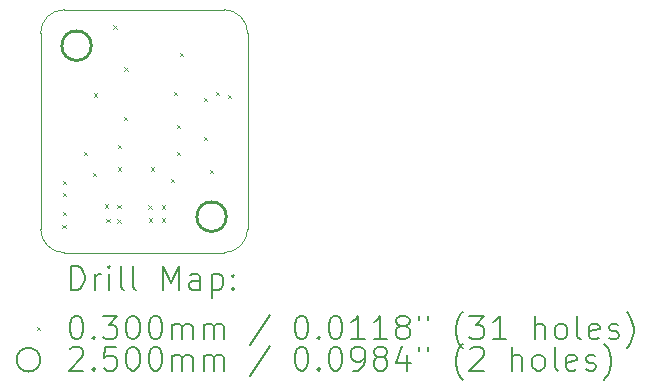
<source format=gbr>
%TF.GenerationSoftware,KiCad,Pcbnew,8.0.4*%
%TF.CreationDate,2025-02-04T23:44:13-05:00*%
%TF.ProjectId,Magnetometer,4d61676e-6574-46f6-9d65-7465722e6b69,rev?*%
%TF.SameCoordinates,Original*%
%TF.FileFunction,Drillmap*%
%TF.FilePolarity,Positive*%
%FSLAX45Y45*%
G04 Gerber Fmt 4.5, Leading zero omitted, Abs format (unit mm)*
G04 Created by KiCad (PCBNEW 8.0.4) date 2025-02-04 23:44:13*
%MOMM*%
%LPD*%
G01*
G04 APERTURE LIST*
%ADD10C,0.050000*%
%ADD11C,0.200000*%
%ADD12C,0.100000*%
%ADD13C,0.250000*%
G04 APERTURE END LIST*
D10*
X12823800Y-14147800D02*
X14176400Y-14147800D01*
X14176400Y-16205200D02*
X12823800Y-16205200D01*
X12623800Y-14347800D02*
G75*
G02*
X12823800Y-14147800I200000J0D01*
G01*
X12623800Y-16005200D02*
X12623800Y-14347800D01*
X14176400Y-14147800D02*
G75*
G02*
X14376400Y-14347800I0J-200000D01*
G01*
X14376400Y-16005200D02*
G75*
G02*
X14176400Y-16205200I-200000J0D01*
G01*
X14376400Y-14347800D02*
X14376400Y-16005200D01*
X12823800Y-16205200D02*
G75*
G02*
X12623800Y-16005200I0J200000D01*
G01*
D11*
D12*
X12808000Y-15968000D02*
X12838000Y-15998000D01*
X12838000Y-15968000D02*
X12808000Y-15998000D01*
X12810000Y-15697000D02*
X12840000Y-15727000D01*
X12840000Y-15697000D02*
X12810000Y-15727000D01*
X12811000Y-15860000D02*
X12841000Y-15890000D01*
X12841000Y-15860000D02*
X12811000Y-15890000D01*
X12812000Y-15595000D02*
X12842000Y-15625000D01*
X12842000Y-15595000D02*
X12812000Y-15625000D01*
X12989800Y-15352000D02*
X13019800Y-15382000D01*
X13019800Y-15352000D02*
X12989800Y-15382000D01*
X13066000Y-15529800D02*
X13096000Y-15559800D01*
X13096000Y-15529800D02*
X13066000Y-15559800D01*
X13073000Y-14856000D02*
X13103000Y-14886000D01*
X13103000Y-14856000D02*
X13073000Y-14886000D01*
X13167000Y-15796000D02*
X13197000Y-15826000D01*
X13197000Y-15796000D02*
X13167000Y-15826000D01*
X13179000Y-15917000D02*
X13209000Y-15947000D01*
X13209000Y-15917000D02*
X13179000Y-15947000D01*
X13241000Y-14280000D02*
X13271000Y-14310000D01*
X13271000Y-14280000D02*
X13241000Y-14310000D01*
X13273000Y-15920000D02*
X13303000Y-15950000D01*
X13303000Y-15920000D02*
X13273000Y-15950000D01*
X13274000Y-15798000D02*
X13304000Y-15828000D01*
X13304000Y-15798000D02*
X13274000Y-15828000D01*
X13277455Y-15292560D02*
X13307455Y-15322560D01*
X13307455Y-15292560D02*
X13277455Y-15322560D01*
X13277455Y-15482560D02*
X13307455Y-15512560D01*
X13307455Y-15482560D02*
X13277455Y-15512560D01*
X13327000Y-15053000D02*
X13357000Y-15083000D01*
X13357000Y-15053000D02*
X13327000Y-15083000D01*
X13333000Y-14635000D02*
X13363000Y-14665000D01*
X13363000Y-14635000D02*
X13333000Y-14665000D01*
X13536000Y-15804000D02*
X13566000Y-15834000D01*
X13566000Y-15804000D02*
X13536000Y-15834000D01*
X13541000Y-15912000D02*
X13571000Y-15942000D01*
X13571000Y-15912000D02*
X13541000Y-15942000D01*
X13556000Y-15483000D02*
X13586000Y-15513000D01*
X13586000Y-15483000D02*
X13556000Y-15513000D01*
X13649000Y-15914000D02*
X13679000Y-15944000D01*
X13679000Y-15914000D02*
X13649000Y-15944000D01*
X13650000Y-15803000D02*
X13680000Y-15833000D01*
X13680000Y-15803000D02*
X13650000Y-15833000D01*
X13726400Y-15580600D02*
X13756400Y-15610600D01*
X13756400Y-15580600D02*
X13726400Y-15610600D01*
X13751800Y-14844000D02*
X13781800Y-14874000D01*
X13781800Y-14844000D02*
X13751800Y-14874000D01*
X13777200Y-15123400D02*
X13807200Y-15153400D01*
X13807200Y-15123400D02*
X13777200Y-15153400D01*
X13777200Y-15352000D02*
X13807200Y-15382000D01*
X13807200Y-15352000D02*
X13777200Y-15382000D01*
X13802600Y-14513800D02*
X13832600Y-14543800D01*
X13832600Y-14513800D02*
X13802600Y-14543800D01*
X14005800Y-14894800D02*
X14035800Y-14924800D01*
X14035800Y-14894800D02*
X14005800Y-14924800D01*
X14005800Y-15225000D02*
X14035800Y-15255000D01*
X14035800Y-15225000D02*
X14005800Y-15255000D01*
X14056600Y-15504400D02*
X14086600Y-15534400D01*
X14086600Y-15504400D02*
X14056600Y-15534400D01*
X14107400Y-14844000D02*
X14137400Y-14874000D01*
X14137400Y-14844000D02*
X14107400Y-14874000D01*
X14209000Y-14869400D02*
X14239000Y-14899400D01*
X14239000Y-14869400D02*
X14209000Y-14899400D01*
D13*
X13053600Y-14452600D02*
G75*
G02*
X12803600Y-14452600I-125000J0D01*
G01*
X12803600Y-14452600D02*
G75*
G02*
X13053600Y-14452600I125000J0D01*
G01*
X14196600Y-15900400D02*
G75*
G02*
X13946600Y-15900400I-125000J0D01*
G01*
X13946600Y-15900400D02*
G75*
G02*
X14196600Y-15900400I125000J0D01*
G01*
D11*
X12882077Y-16519184D02*
X12882077Y-16319184D01*
X12882077Y-16319184D02*
X12929696Y-16319184D01*
X12929696Y-16319184D02*
X12958267Y-16328708D01*
X12958267Y-16328708D02*
X12977315Y-16347755D01*
X12977315Y-16347755D02*
X12986839Y-16366803D01*
X12986839Y-16366803D02*
X12996362Y-16404898D01*
X12996362Y-16404898D02*
X12996362Y-16433469D01*
X12996362Y-16433469D02*
X12986839Y-16471565D01*
X12986839Y-16471565D02*
X12977315Y-16490612D01*
X12977315Y-16490612D02*
X12958267Y-16509660D01*
X12958267Y-16509660D02*
X12929696Y-16519184D01*
X12929696Y-16519184D02*
X12882077Y-16519184D01*
X13082077Y-16519184D02*
X13082077Y-16385850D01*
X13082077Y-16423946D02*
X13091601Y-16404898D01*
X13091601Y-16404898D02*
X13101124Y-16395374D01*
X13101124Y-16395374D02*
X13120172Y-16385850D01*
X13120172Y-16385850D02*
X13139220Y-16385850D01*
X13205886Y-16519184D02*
X13205886Y-16385850D01*
X13205886Y-16319184D02*
X13196362Y-16328708D01*
X13196362Y-16328708D02*
X13205886Y-16338231D01*
X13205886Y-16338231D02*
X13215410Y-16328708D01*
X13215410Y-16328708D02*
X13205886Y-16319184D01*
X13205886Y-16319184D02*
X13205886Y-16338231D01*
X13329696Y-16519184D02*
X13310648Y-16509660D01*
X13310648Y-16509660D02*
X13301124Y-16490612D01*
X13301124Y-16490612D02*
X13301124Y-16319184D01*
X13434458Y-16519184D02*
X13415410Y-16509660D01*
X13415410Y-16509660D02*
X13405886Y-16490612D01*
X13405886Y-16490612D02*
X13405886Y-16319184D01*
X13663029Y-16519184D02*
X13663029Y-16319184D01*
X13663029Y-16319184D02*
X13729696Y-16462041D01*
X13729696Y-16462041D02*
X13796362Y-16319184D01*
X13796362Y-16319184D02*
X13796362Y-16519184D01*
X13977315Y-16519184D02*
X13977315Y-16414422D01*
X13977315Y-16414422D02*
X13967791Y-16395374D01*
X13967791Y-16395374D02*
X13948743Y-16385850D01*
X13948743Y-16385850D02*
X13910648Y-16385850D01*
X13910648Y-16385850D02*
X13891601Y-16395374D01*
X13977315Y-16509660D02*
X13958267Y-16519184D01*
X13958267Y-16519184D02*
X13910648Y-16519184D01*
X13910648Y-16519184D02*
X13891601Y-16509660D01*
X13891601Y-16509660D02*
X13882077Y-16490612D01*
X13882077Y-16490612D02*
X13882077Y-16471565D01*
X13882077Y-16471565D02*
X13891601Y-16452517D01*
X13891601Y-16452517D02*
X13910648Y-16442993D01*
X13910648Y-16442993D02*
X13958267Y-16442993D01*
X13958267Y-16442993D02*
X13977315Y-16433469D01*
X14072553Y-16385850D02*
X14072553Y-16585850D01*
X14072553Y-16395374D02*
X14091601Y-16385850D01*
X14091601Y-16385850D02*
X14129696Y-16385850D01*
X14129696Y-16385850D02*
X14148743Y-16395374D01*
X14148743Y-16395374D02*
X14158267Y-16404898D01*
X14158267Y-16404898D02*
X14167791Y-16423946D01*
X14167791Y-16423946D02*
X14167791Y-16481088D01*
X14167791Y-16481088D02*
X14158267Y-16500136D01*
X14158267Y-16500136D02*
X14148743Y-16509660D01*
X14148743Y-16509660D02*
X14129696Y-16519184D01*
X14129696Y-16519184D02*
X14091601Y-16519184D01*
X14091601Y-16519184D02*
X14072553Y-16509660D01*
X14253505Y-16500136D02*
X14263029Y-16509660D01*
X14263029Y-16509660D02*
X14253505Y-16519184D01*
X14253505Y-16519184D02*
X14243982Y-16509660D01*
X14243982Y-16509660D02*
X14253505Y-16500136D01*
X14253505Y-16500136D02*
X14253505Y-16519184D01*
X14253505Y-16395374D02*
X14263029Y-16404898D01*
X14263029Y-16404898D02*
X14253505Y-16414422D01*
X14253505Y-16414422D02*
X14243982Y-16404898D01*
X14243982Y-16404898D02*
X14253505Y-16395374D01*
X14253505Y-16395374D02*
X14253505Y-16414422D01*
D12*
X12591300Y-16832700D02*
X12621300Y-16862700D01*
X12621300Y-16832700D02*
X12591300Y-16862700D01*
D11*
X12920172Y-16739184D02*
X12939220Y-16739184D01*
X12939220Y-16739184D02*
X12958267Y-16748708D01*
X12958267Y-16748708D02*
X12967791Y-16758231D01*
X12967791Y-16758231D02*
X12977315Y-16777279D01*
X12977315Y-16777279D02*
X12986839Y-16815374D01*
X12986839Y-16815374D02*
X12986839Y-16862993D01*
X12986839Y-16862993D02*
X12977315Y-16901089D01*
X12977315Y-16901089D02*
X12967791Y-16920136D01*
X12967791Y-16920136D02*
X12958267Y-16929660D01*
X12958267Y-16929660D02*
X12939220Y-16939184D01*
X12939220Y-16939184D02*
X12920172Y-16939184D01*
X12920172Y-16939184D02*
X12901124Y-16929660D01*
X12901124Y-16929660D02*
X12891601Y-16920136D01*
X12891601Y-16920136D02*
X12882077Y-16901089D01*
X12882077Y-16901089D02*
X12872553Y-16862993D01*
X12872553Y-16862993D02*
X12872553Y-16815374D01*
X12872553Y-16815374D02*
X12882077Y-16777279D01*
X12882077Y-16777279D02*
X12891601Y-16758231D01*
X12891601Y-16758231D02*
X12901124Y-16748708D01*
X12901124Y-16748708D02*
X12920172Y-16739184D01*
X13072553Y-16920136D02*
X13082077Y-16929660D01*
X13082077Y-16929660D02*
X13072553Y-16939184D01*
X13072553Y-16939184D02*
X13063029Y-16929660D01*
X13063029Y-16929660D02*
X13072553Y-16920136D01*
X13072553Y-16920136D02*
X13072553Y-16939184D01*
X13148743Y-16739184D02*
X13272553Y-16739184D01*
X13272553Y-16739184D02*
X13205886Y-16815374D01*
X13205886Y-16815374D02*
X13234458Y-16815374D01*
X13234458Y-16815374D02*
X13253505Y-16824898D01*
X13253505Y-16824898D02*
X13263029Y-16834422D01*
X13263029Y-16834422D02*
X13272553Y-16853470D01*
X13272553Y-16853470D02*
X13272553Y-16901089D01*
X13272553Y-16901089D02*
X13263029Y-16920136D01*
X13263029Y-16920136D02*
X13253505Y-16929660D01*
X13253505Y-16929660D02*
X13234458Y-16939184D01*
X13234458Y-16939184D02*
X13177315Y-16939184D01*
X13177315Y-16939184D02*
X13158267Y-16929660D01*
X13158267Y-16929660D02*
X13148743Y-16920136D01*
X13396362Y-16739184D02*
X13415410Y-16739184D01*
X13415410Y-16739184D02*
X13434458Y-16748708D01*
X13434458Y-16748708D02*
X13443982Y-16758231D01*
X13443982Y-16758231D02*
X13453505Y-16777279D01*
X13453505Y-16777279D02*
X13463029Y-16815374D01*
X13463029Y-16815374D02*
X13463029Y-16862993D01*
X13463029Y-16862993D02*
X13453505Y-16901089D01*
X13453505Y-16901089D02*
X13443982Y-16920136D01*
X13443982Y-16920136D02*
X13434458Y-16929660D01*
X13434458Y-16929660D02*
X13415410Y-16939184D01*
X13415410Y-16939184D02*
X13396362Y-16939184D01*
X13396362Y-16939184D02*
X13377315Y-16929660D01*
X13377315Y-16929660D02*
X13367791Y-16920136D01*
X13367791Y-16920136D02*
X13358267Y-16901089D01*
X13358267Y-16901089D02*
X13348743Y-16862993D01*
X13348743Y-16862993D02*
X13348743Y-16815374D01*
X13348743Y-16815374D02*
X13358267Y-16777279D01*
X13358267Y-16777279D02*
X13367791Y-16758231D01*
X13367791Y-16758231D02*
X13377315Y-16748708D01*
X13377315Y-16748708D02*
X13396362Y-16739184D01*
X13586839Y-16739184D02*
X13605886Y-16739184D01*
X13605886Y-16739184D02*
X13624934Y-16748708D01*
X13624934Y-16748708D02*
X13634458Y-16758231D01*
X13634458Y-16758231D02*
X13643982Y-16777279D01*
X13643982Y-16777279D02*
X13653505Y-16815374D01*
X13653505Y-16815374D02*
X13653505Y-16862993D01*
X13653505Y-16862993D02*
X13643982Y-16901089D01*
X13643982Y-16901089D02*
X13634458Y-16920136D01*
X13634458Y-16920136D02*
X13624934Y-16929660D01*
X13624934Y-16929660D02*
X13605886Y-16939184D01*
X13605886Y-16939184D02*
X13586839Y-16939184D01*
X13586839Y-16939184D02*
X13567791Y-16929660D01*
X13567791Y-16929660D02*
X13558267Y-16920136D01*
X13558267Y-16920136D02*
X13548743Y-16901089D01*
X13548743Y-16901089D02*
X13539220Y-16862993D01*
X13539220Y-16862993D02*
X13539220Y-16815374D01*
X13539220Y-16815374D02*
X13548743Y-16777279D01*
X13548743Y-16777279D02*
X13558267Y-16758231D01*
X13558267Y-16758231D02*
X13567791Y-16748708D01*
X13567791Y-16748708D02*
X13586839Y-16739184D01*
X13739220Y-16939184D02*
X13739220Y-16805850D01*
X13739220Y-16824898D02*
X13748743Y-16815374D01*
X13748743Y-16815374D02*
X13767791Y-16805850D01*
X13767791Y-16805850D02*
X13796363Y-16805850D01*
X13796363Y-16805850D02*
X13815410Y-16815374D01*
X13815410Y-16815374D02*
X13824934Y-16834422D01*
X13824934Y-16834422D02*
X13824934Y-16939184D01*
X13824934Y-16834422D02*
X13834458Y-16815374D01*
X13834458Y-16815374D02*
X13853505Y-16805850D01*
X13853505Y-16805850D02*
X13882077Y-16805850D01*
X13882077Y-16805850D02*
X13901124Y-16815374D01*
X13901124Y-16815374D02*
X13910648Y-16834422D01*
X13910648Y-16834422D02*
X13910648Y-16939184D01*
X14005886Y-16939184D02*
X14005886Y-16805850D01*
X14005886Y-16824898D02*
X14015410Y-16815374D01*
X14015410Y-16815374D02*
X14034458Y-16805850D01*
X14034458Y-16805850D02*
X14063029Y-16805850D01*
X14063029Y-16805850D02*
X14082077Y-16815374D01*
X14082077Y-16815374D02*
X14091601Y-16834422D01*
X14091601Y-16834422D02*
X14091601Y-16939184D01*
X14091601Y-16834422D02*
X14101124Y-16815374D01*
X14101124Y-16815374D02*
X14120172Y-16805850D01*
X14120172Y-16805850D02*
X14148743Y-16805850D01*
X14148743Y-16805850D02*
X14167791Y-16815374D01*
X14167791Y-16815374D02*
X14177315Y-16834422D01*
X14177315Y-16834422D02*
X14177315Y-16939184D01*
X14567791Y-16729660D02*
X14396363Y-16986803D01*
X14824934Y-16739184D02*
X14843982Y-16739184D01*
X14843982Y-16739184D02*
X14863029Y-16748708D01*
X14863029Y-16748708D02*
X14872553Y-16758231D01*
X14872553Y-16758231D02*
X14882077Y-16777279D01*
X14882077Y-16777279D02*
X14891601Y-16815374D01*
X14891601Y-16815374D02*
X14891601Y-16862993D01*
X14891601Y-16862993D02*
X14882077Y-16901089D01*
X14882077Y-16901089D02*
X14872553Y-16920136D01*
X14872553Y-16920136D02*
X14863029Y-16929660D01*
X14863029Y-16929660D02*
X14843982Y-16939184D01*
X14843982Y-16939184D02*
X14824934Y-16939184D01*
X14824934Y-16939184D02*
X14805886Y-16929660D01*
X14805886Y-16929660D02*
X14796363Y-16920136D01*
X14796363Y-16920136D02*
X14786839Y-16901089D01*
X14786839Y-16901089D02*
X14777315Y-16862993D01*
X14777315Y-16862993D02*
X14777315Y-16815374D01*
X14777315Y-16815374D02*
X14786839Y-16777279D01*
X14786839Y-16777279D02*
X14796363Y-16758231D01*
X14796363Y-16758231D02*
X14805886Y-16748708D01*
X14805886Y-16748708D02*
X14824934Y-16739184D01*
X14977315Y-16920136D02*
X14986839Y-16929660D01*
X14986839Y-16929660D02*
X14977315Y-16939184D01*
X14977315Y-16939184D02*
X14967791Y-16929660D01*
X14967791Y-16929660D02*
X14977315Y-16920136D01*
X14977315Y-16920136D02*
X14977315Y-16939184D01*
X15110648Y-16739184D02*
X15129696Y-16739184D01*
X15129696Y-16739184D02*
X15148744Y-16748708D01*
X15148744Y-16748708D02*
X15158267Y-16758231D01*
X15158267Y-16758231D02*
X15167791Y-16777279D01*
X15167791Y-16777279D02*
X15177315Y-16815374D01*
X15177315Y-16815374D02*
X15177315Y-16862993D01*
X15177315Y-16862993D02*
X15167791Y-16901089D01*
X15167791Y-16901089D02*
X15158267Y-16920136D01*
X15158267Y-16920136D02*
X15148744Y-16929660D01*
X15148744Y-16929660D02*
X15129696Y-16939184D01*
X15129696Y-16939184D02*
X15110648Y-16939184D01*
X15110648Y-16939184D02*
X15091601Y-16929660D01*
X15091601Y-16929660D02*
X15082077Y-16920136D01*
X15082077Y-16920136D02*
X15072553Y-16901089D01*
X15072553Y-16901089D02*
X15063029Y-16862993D01*
X15063029Y-16862993D02*
X15063029Y-16815374D01*
X15063029Y-16815374D02*
X15072553Y-16777279D01*
X15072553Y-16777279D02*
X15082077Y-16758231D01*
X15082077Y-16758231D02*
X15091601Y-16748708D01*
X15091601Y-16748708D02*
X15110648Y-16739184D01*
X15367791Y-16939184D02*
X15253506Y-16939184D01*
X15310648Y-16939184D02*
X15310648Y-16739184D01*
X15310648Y-16739184D02*
X15291601Y-16767755D01*
X15291601Y-16767755D02*
X15272553Y-16786803D01*
X15272553Y-16786803D02*
X15253506Y-16796327D01*
X15558267Y-16939184D02*
X15443982Y-16939184D01*
X15501125Y-16939184D02*
X15501125Y-16739184D01*
X15501125Y-16739184D02*
X15482077Y-16767755D01*
X15482077Y-16767755D02*
X15463029Y-16786803D01*
X15463029Y-16786803D02*
X15443982Y-16796327D01*
X15672553Y-16824898D02*
X15653506Y-16815374D01*
X15653506Y-16815374D02*
X15643982Y-16805850D01*
X15643982Y-16805850D02*
X15634458Y-16786803D01*
X15634458Y-16786803D02*
X15634458Y-16777279D01*
X15634458Y-16777279D02*
X15643982Y-16758231D01*
X15643982Y-16758231D02*
X15653506Y-16748708D01*
X15653506Y-16748708D02*
X15672553Y-16739184D01*
X15672553Y-16739184D02*
X15710648Y-16739184D01*
X15710648Y-16739184D02*
X15729696Y-16748708D01*
X15729696Y-16748708D02*
X15739220Y-16758231D01*
X15739220Y-16758231D02*
X15748744Y-16777279D01*
X15748744Y-16777279D02*
X15748744Y-16786803D01*
X15748744Y-16786803D02*
X15739220Y-16805850D01*
X15739220Y-16805850D02*
X15729696Y-16815374D01*
X15729696Y-16815374D02*
X15710648Y-16824898D01*
X15710648Y-16824898D02*
X15672553Y-16824898D01*
X15672553Y-16824898D02*
X15653506Y-16834422D01*
X15653506Y-16834422D02*
X15643982Y-16843946D01*
X15643982Y-16843946D02*
X15634458Y-16862993D01*
X15634458Y-16862993D02*
X15634458Y-16901089D01*
X15634458Y-16901089D02*
X15643982Y-16920136D01*
X15643982Y-16920136D02*
X15653506Y-16929660D01*
X15653506Y-16929660D02*
X15672553Y-16939184D01*
X15672553Y-16939184D02*
X15710648Y-16939184D01*
X15710648Y-16939184D02*
X15729696Y-16929660D01*
X15729696Y-16929660D02*
X15739220Y-16920136D01*
X15739220Y-16920136D02*
X15748744Y-16901089D01*
X15748744Y-16901089D02*
X15748744Y-16862993D01*
X15748744Y-16862993D02*
X15739220Y-16843946D01*
X15739220Y-16843946D02*
X15729696Y-16834422D01*
X15729696Y-16834422D02*
X15710648Y-16824898D01*
X15824934Y-16739184D02*
X15824934Y-16777279D01*
X15901125Y-16739184D02*
X15901125Y-16777279D01*
X16196363Y-17015374D02*
X16186839Y-17005850D01*
X16186839Y-17005850D02*
X16167791Y-16977279D01*
X16167791Y-16977279D02*
X16158268Y-16958231D01*
X16158268Y-16958231D02*
X16148744Y-16929660D01*
X16148744Y-16929660D02*
X16139220Y-16882041D01*
X16139220Y-16882041D02*
X16139220Y-16843946D01*
X16139220Y-16843946D02*
X16148744Y-16796327D01*
X16148744Y-16796327D02*
X16158268Y-16767755D01*
X16158268Y-16767755D02*
X16167791Y-16748708D01*
X16167791Y-16748708D02*
X16186839Y-16720136D01*
X16186839Y-16720136D02*
X16196363Y-16710612D01*
X16253506Y-16739184D02*
X16377315Y-16739184D01*
X16377315Y-16739184D02*
X16310648Y-16815374D01*
X16310648Y-16815374D02*
X16339220Y-16815374D01*
X16339220Y-16815374D02*
X16358268Y-16824898D01*
X16358268Y-16824898D02*
X16367791Y-16834422D01*
X16367791Y-16834422D02*
X16377315Y-16853470D01*
X16377315Y-16853470D02*
X16377315Y-16901089D01*
X16377315Y-16901089D02*
X16367791Y-16920136D01*
X16367791Y-16920136D02*
X16358268Y-16929660D01*
X16358268Y-16929660D02*
X16339220Y-16939184D01*
X16339220Y-16939184D02*
X16282077Y-16939184D01*
X16282077Y-16939184D02*
X16263029Y-16929660D01*
X16263029Y-16929660D02*
X16253506Y-16920136D01*
X16567791Y-16939184D02*
X16453506Y-16939184D01*
X16510648Y-16939184D02*
X16510648Y-16739184D01*
X16510648Y-16739184D02*
X16491601Y-16767755D01*
X16491601Y-16767755D02*
X16472553Y-16786803D01*
X16472553Y-16786803D02*
X16453506Y-16796327D01*
X16805887Y-16939184D02*
X16805887Y-16739184D01*
X16891601Y-16939184D02*
X16891601Y-16834422D01*
X16891601Y-16834422D02*
X16882077Y-16815374D01*
X16882077Y-16815374D02*
X16863030Y-16805850D01*
X16863030Y-16805850D02*
X16834458Y-16805850D01*
X16834458Y-16805850D02*
X16815411Y-16815374D01*
X16815411Y-16815374D02*
X16805887Y-16824898D01*
X17015411Y-16939184D02*
X16996363Y-16929660D01*
X16996363Y-16929660D02*
X16986839Y-16920136D01*
X16986839Y-16920136D02*
X16977315Y-16901089D01*
X16977315Y-16901089D02*
X16977315Y-16843946D01*
X16977315Y-16843946D02*
X16986839Y-16824898D01*
X16986839Y-16824898D02*
X16996363Y-16815374D01*
X16996363Y-16815374D02*
X17015411Y-16805850D01*
X17015411Y-16805850D02*
X17043982Y-16805850D01*
X17043982Y-16805850D02*
X17063030Y-16815374D01*
X17063030Y-16815374D02*
X17072553Y-16824898D01*
X17072553Y-16824898D02*
X17082077Y-16843946D01*
X17082077Y-16843946D02*
X17082077Y-16901089D01*
X17082077Y-16901089D02*
X17072553Y-16920136D01*
X17072553Y-16920136D02*
X17063030Y-16929660D01*
X17063030Y-16929660D02*
X17043982Y-16939184D01*
X17043982Y-16939184D02*
X17015411Y-16939184D01*
X17196363Y-16939184D02*
X17177315Y-16929660D01*
X17177315Y-16929660D02*
X17167792Y-16910612D01*
X17167792Y-16910612D02*
X17167792Y-16739184D01*
X17348744Y-16929660D02*
X17329696Y-16939184D01*
X17329696Y-16939184D02*
X17291601Y-16939184D01*
X17291601Y-16939184D02*
X17272553Y-16929660D01*
X17272553Y-16929660D02*
X17263030Y-16910612D01*
X17263030Y-16910612D02*
X17263030Y-16834422D01*
X17263030Y-16834422D02*
X17272553Y-16815374D01*
X17272553Y-16815374D02*
X17291601Y-16805850D01*
X17291601Y-16805850D02*
X17329696Y-16805850D01*
X17329696Y-16805850D02*
X17348744Y-16815374D01*
X17348744Y-16815374D02*
X17358268Y-16834422D01*
X17358268Y-16834422D02*
X17358268Y-16853470D01*
X17358268Y-16853470D02*
X17263030Y-16872517D01*
X17434458Y-16929660D02*
X17453506Y-16939184D01*
X17453506Y-16939184D02*
X17491601Y-16939184D01*
X17491601Y-16939184D02*
X17510649Y-16929660D01*
X17510649Y-16929660D02*
X17520173Y-16910612D01*
X17520173Y-16910612D02*
X17520173Y-16901089D01*
X17520173Y-16901089D02*
X17510649Y-16882041D01*
X17510649Y-16882041D02*
X17491601Y-16872517D01*
X17491601Y-16872517D02*
X17463030Y-16872517D01*
X17463030Y-16872517D02*
X17443982Y-16862993D01*
X17443982Y-16862993D02*
X17434458Y-16843946D01*
X17434458Y-16843946D02*
X17434458Y-16834422D01*
X17434458Y-16834422D02*
X17443982Y-16815374D01*
X17443982Y-16815374D02*
X17463030Y-16805850D01*
X17463030Y-16805850D02*
X17491601Y-16805850D01*
X17491601Y-16805850D02*
X17510649Y-16815374D01*
X17586839Y-17015374D02*
X17596363Y-17005850D01*
X17596363Y-17005850D02*
X17615411Y-16977279D01*
X17615411Y-16977279D02*
X17624934Y-16958231D01*
X17624934Y-16958231D02*
X17634458Y-16929660D01*
X17634458Y-16929660D02*
X17643982Y-16882041D01*
X17643982Y-16882041D02*
X17643982Y-16843946D01*
X17643982Y-16843946D02*
X17634458Y-16796327D01*
X17634458Y-16796327D02*
X17624934Y-16767755D01*
X17624934Y-16767755D02*
X17615411Y-16748708D01*
X17615411Y-16748708D02*
X17596363Y-16720136D01*
X17596363Y-16720136D02*
X17586839Y-16710612D01*
X12621300Y-17111700D02*
G75*
G02*
X12421300Y-17111700I-100000J0D01*
G01*
X12421300Y-17111700D02*
G75*
G02*
X12621300Y-17111700I100000J0D01*
G01*
X12872553Y-17022231D02*
X12882077Y-17012708D01*
X12882077Y-17012708D02*
X12901124Y-17003184D01*
X12901124Y-17003184D02*
X12948743Y-17003184D01*
X12948743Y-17003184D02*
X12967791Y-17012708D01*
X12967791Y-17012708D02*
X12977315Y-17022231D01*
X12977315Y-17022231D02*
X12986839Y-17041279D01*
X12986839Y-17041279D02*
X12986839Y-17060327D01*
X12986839Y-17060327D02*
X12977315Y-17088898D01*
X12977315Y-17088898D02*
X12863029Y-17203184D01*
X12863029Y-17203184D02*
X12986839Y-17203184D01*
X13072553Y-17184136D02*
X13082077Y-17193660D01*
X13082077Y-17193660D02*
X13072553Y-17203184D01*
X13072553Y-17203184D02*
X13063029Y-17193660D01*
X13063029Y-17193660D02*
X13072553Y-17184136D01*
X13072553Y-17184136D02*
X13072553Y-17203184D01*
X13263029Y-17003184D02*
X13167791Y-17003184D01*
X13167791Y-17003184D02*
X13158267Y-17098422D01*
X13158267Y-17098422D02*
X13167791Y-17088898D01*
X13167791Y-17088898D02*
X13186839Y-17079374D01*
X13186839Y-17079374D02*
X13234458Y-17079374D01*
X13234458Y-17079374D02*
X13253505Y-17088898D01*
X13253505Y-17088898D02*
X13263029Y-17098422D01*
X13263029Y-17098422D02*
X13272553Y-17117470D01*
X13272553Y-17117470D02*
X13272553Y-17165089D01*
X13272553Y-17165089D02*
X13263029Y-17184136D01*
X13263029Y-17184136D02*
X13253505Y-17193660D01*
X13253505Y-17193660D02*
X13234458Y-17203184D01*
X13234458Y-17203184D02*
X13186839Y-17203184D01*
X13186839Y-17203184D02*
X13167791Y-17193660D01*
X13167791Y-17193660D02*
X13158267Y-17184136D01*
X13396362Y-17003184D02*
X13415410Y-17003184D01*
X13415410Y-17003184D02*
X13434458Y-17012708D01*
X13434458Y-17012708D02*
X13443982Y-17022231D01*
X13443982Y-17022231D02*
X13453505Y-17041279D01*
X13453505Y-17041279D02*
X13463029Y-17079374D01*
X13463029Y-17079374D02*
X13463029Y-17126993D01*
X13463029Y-17126993D02*
X13453505Y-17165089D01*
X13453505Y-17165089D02*
X13443982Y-17184136D01*
X13443982Y-17184136D02*
X13434458Y-17193660D01*
X13434458Y-17193660D02*
X13415410Y-17203184D01*
X13415410Y-17203184D02*
X13396362Y-17203184D01*
X13396362Y-17203184D02*
X13377315Y-17193660D01*
X13377315Y-17193660D02*
X13367791Y-17184136D01*
X13367791Y-17184136D02*
X13358267Y-17165089D01*
X13358267Y-17165089D02*
X13348743Y-17126993D01*
X13348743Y-17126993D02*
X13348743Y-17079374D01*
X13348743Y-17079374D02*
X13358267Y-17041279D01*
X13358267Y-17041279D02*
X13367791Y-17022231D01*
X13367791Y-17022231D02*
X13377315Y-17012708D01*
X13377315Y-17012708D02*
X13396362Y-17003184D01*
X13586839Y-17003184D02*
X13605886Y-17003184D01*
X13605886Y-17003184D02*
X13624934Y-17012708D01*
X13624934Y-17012708D02*
X13634458Y-17022231D01*
X13634458Y-17022231D02*
X13643982Y-17041279D01*
X13643982Y-17041279D02*
X13653505Y-17079374D01*
X13653505Y-17079374D02*
X13653505Y-17126993D01*
X13653505Y-17126993D02*
X13643982Y-17165089D01*
X13643982Y-17165089D02*
X13634458Y-17184136D01*
X13634458Y-17184136D02*
X13624934Y-17193660D01*
X13624934Y-17193660D02*
X13605886Y-17203184D01*
X13605886Y-17203184D02*
X13586839Y-17203184D01*
X13586839Y-17203184D02*
X13567791Y-17193660D01*
X13567791Y-17193660D02*
X13558267Y-17184136D01*
X13558267Y-17184136D02*
X13548743Y-17165089D01*
X13548743Y-17165089D02*
X13539220Y-17126993D01*
X13539220Y-17126993D02*
X13539220Y-17079374D01*
X13539220Y-17079374D02*
X13548743Y-17041279D01*
X13548743Y-17041279D02*
X13558267Y-17022231D01*
X13558267Y-17022231D02*
X13567791Y-17012708D01*
X13567791Y-17012708D02*
X13586839Y-17003184D01*
X13739220Y-17203184D02*
X13739220Y-17069850D01*
X13739220Y-17088898D02*
X13748743Y-17079374D01*
X13748743Y-17079374D02*
X13767791Y-17069850D01*
X13767791Y-17069850D02*
X13796363Y-17069850D01*
X13796363Y-17069850D02*
X13815410Y-17079374D01*
X13815410Y-17079374D02*
X13824934Y-17098422D01*
X13824934Y-17098422D02*
X13824934Y-17203184D01*
X13824934Y-17098422D02*
X13834458Y-17079374D01*
X13834458Y-17079374D02*
X13853505Y-17069850D01*
X13853505Y-17069850D02*
X13882077Y-17069850D01*
X13882077Y-17069850D02*
X13901124Y-17079374D01*
X13901124Y-17079374D02*
X13910648Y-17098422D01*
X13910648Y-17098422D02*
X13910648Y-17203184D01*
X14005886Y-17203184D02*
X14005886Y-17069850D01*
X14005886Y-17088898D02*
X14015410Y-17079374D01*
X14015410Y-17079374D02*
X14034458Y-17069850D01*
X14034458Y-17069850D02*
X14063029Y-17069850D01*
X14063029Y-17069850D02*
X14082077Y-17079374D01*
X14082077Y-17079374D02*
X14091601Y-17098422D01*
X14091601Y-17098422D02*
X14091601Y-17203184D01*
X14091601Y-17098422D02*
X14101124Y-17079374D01*
X14101124Y-17079374D02*
X14120172Y-17069850D01*
X14120172Y-17069850D02*
X14148743Y-17069850D01*
X14148743Y-17069850D02*
X14167791Y-17079374D01*
X14167791Y-17079374D02*
X14177315Y-17098422D01*
X14177315Y-17098422D02*
X14177315Y-17203184D01*
X14567791Y-16993660D02*
X14396363Y-17250803D01*
X14824934Y-17003184D02*
X14843982Y-17003184D01*
X14843982Y-17003184D02*
X14863029Y-17012708D01*
X14863029Y-17012708D02*
X14872553Y-17022231D01*
X14872553Y-17022231D02*
X14882077Y-17041279D01*
X14882077Y-17041279D02*
X14891601Y-17079374D01*
X14891601Y-17079374D02*
X14891601Y-17126993D01*
X14891601Y-17126993D02*
X14882077Y-17165089D01*
X14882077Y-17165089D02*
X14872553Y-17184136D01*
X14872553Y-17184136D02*
X14863029Y-17193660D01*
X14863029Y-17193660D02*
X14843982Y-17203184D01*
X14843982Y-17203184D02*
X14824934Y-17203184D01*
X14824934Y-17203184D02*
X14805886Y-17193660D01*
X14805886Y-17193660D02*
X14796363Y-17184136D01*
X14796363Y-17184136D02*
X14786839Y-17165089D01*
X14786839Y-17165089D02*
X14777315Y-17126993D01*
X14777315Y-17126993D02*
X14777315Y-17079374D01*
X14777315Y-17079374D02*
X14786839Y-17041279D01*
X14786839Y-17041279D02*
X14796363Y-17022231D01*
X14796363Y-17022231D02*
X14805886Y-17012708D01*
X14805886Y-17012708D02*
X14824934Y-17003184D01*
X14977315Y-17184136D02*
X14986839Y-17193660D01*
X14986839Y-17193660D02*
X14977315Y-17203184D01*
X14977315Y-17203184D02*
X14967791Y-17193660D01*
X14967791Y-17193660D02*
X14977315Y-17184136D01*
X14977315Y-17184136D02*
X14977315Y-17203184D01*
X15110648Y-17003184D02*
X15129696Y-17003184D01*
X15129696Y-17003184D02*
X15148744Y-17012708D01*
X15148744Y-17012708D02*
X15158267Y-17022231D01*
X15158267Y-17022231D02*
X15167791Y-17041279D01*
X15167791Y-17041279D02*
X15177315Y-17079374D01*
X15177315Y-17079374D02*
X15177315Y-17126993D01*
X15177315Y-17126993D02*
X15167791Y-17165089D01*
X15167791Y-17165089D02*
X15158267Y-17184136D01*
X15158267Y-17184136D02*
X15148744Y-17193660D01*
X15148744Y-17193660D02*
X15129696Y-17203184D01*
X15129696Y-17203184D02*
X15110648Y-17203184D01*
X15110648Y-17203184D02*
X15091601Y-17193660D01*
X15091601Y-17193660D02*
X15082077Y-17184136D01*
X15082077Y-17184136D02*
X15072553Y-17165089D01*
X15072553Y-17165089D02*
X15063029Y-17126993D01*
X15063029Y-17126993D02*
X15063029Y-17079374D01*
X15063029Y-17079374D02*
X15072553Y-17041279D01*
X15072553Y-17041279D02*
X15082077Y-17022231D01*
X15082077Y-17022231D02*
X15091601Y-17012708D01*
X15091601Y-17012708D02*
X15110648Y-17003184D01*
X15272553Y-17203184D02*
X15310648Y-17203184D01*
X15310648Y-17203184D02*
X15329696Y-17193660D01*
X15329696Y-17193660D02*
X15339220Y-17184136D01*
X15339220Y-17184136D02*
X15358267Y-17155565D01*
X15358267Y-17155565D02*
X15367791Y-17117470D01*
X15367791Y-17117470D02*
X15367791Y-17041279D01*
X15367791Y-17041279D02*
X15358267Y-17022231D01*
X15358267Y-17022231D02*
X15348744Y-17012708D01*
X15348744Y-17012708D02*
X15329696Y-17003184D01*
X15329696Y-17003184D02*
X15291601Y-17003184D01*
X15291601Y-17003184D02*
X15272553Y-17012708D01*
X15272553Y-17012708D02*
X15263029Y-17022231D01*
X15263029Y-17022231D02*
X15253506Y-17041279D01*
X15253506Y-17041279D02*
X15253506Y-17088898D01*
X15253506Y-17088898D02*
X15263029Y-17107946D01*
X15263029Y-17107946D02*
X15272553Y-17117470D01*
X15272553Y-17117470D02*
X15291601Y-17126993D01*
X15291601Y-17126993D02*
X15329696Y-17126993D01*
X15329696Y-17126993D02*
X15348744Y-17117470D01*
X15348744Y-17117470D02*
X15358267Y-17107946D01*
X15358267Y-17107946D02*
X15367791Y-17088898D01*
X15482077Y-17088898D02*
X15463029Y-17079374D01*
X15463029Y-17079374D02*
X15453506Y-17069850D01*
X15453506Y-17069850D02*
X15443982Y-17050803D01*
X15443982Y-17050803D02*
X15443982Y-17041279D01*
X15443982Y-17041279D02*
X15453506Y-17022231D01*
X15453506Y-17022231D02*
X15463029Y-17012708D01*
X15463029Y-17012708D02*
X15482077Y-17003184D01*
X15482077Y-17003184D02*
X15520172Y-17003184D01*
X15520172Y-17003184D02*
X15539220Y-17012708D01*
X15539220Y-17012708D02*
X15548744Y-17022231D01*
X15548744Y-17022231D02*
X15558267Y-17041279D01*
X15558267Y-17041279D02*
X15558267Y-17050803D01*
X15558267Y-17050803D02*
X15548744Y-17069850D01*
X15548744Y-17069850D02*
X15539220Y-17079374D01*
X15539220Y-17079374D02*
X15520172Y-17088898D01*
X15520172Y-17088898D02*
X15482077Y-17088898D01*
X15482077Y-17088898D02*
X15463029Y-17098422D01*
X15463029Y-17098422D02*
X15453506Y-17107946D01*
X15453506Y-17107946D02*
X15443982Y-17126993D01*
X15443982Y-17126993D02*
X15443982Y-17165089D01*
X15443982Y-17165089D02*
X15453506Y-17184136D01*
X15453506Y-17184136D02*
X15463029Y-17193660D01*
X15463029Y-17193660D02*
X15482077Y-17203184D01*
X15482077Y-17203184D02*
X15520172Y-17203184D01*
X15520172Y-17203184D02*
X15539220Y-17193660D01*
X15539220Y-17193660D02*
X15548744Y-17184136D01*
X15548744Y-17184136D02*
X15558267Y-17165089D01*
X15558267Y-17165089D02*
X15558267Y-17126993D01*
X15558267Y-17126993D02*
X15548744Y-17107946D01*
X15548744Y-17107946D02*
X15539220Y-17098422D01*
X15539220Y-17098422D02*
X15520172Y-17088898D01*
X15729696Y-17069850D02*
X15729696Y-17203184D01*
X15682077Y-16993660D02*
X15634458Y-17136517D01*
X15634458Y-17136517D02*
X15758267Y-17136517D01*
X15824934Y-17003184D02*
X15824934Y-17041279D01*
X15901125Y-17003184D02*
X15901125Y-17041279D01*
X16196363Y-17279374D02*
X16186839Y-17269850D01*
X16186839Y-17269850D02*
X16167791Y-17241279D01*
X16167791Y-17241279D02*
X16158268Y-17222231D01*
X16158268Y-17222231D02*
X16148744Y-17193660D01*
X16148744Y-17193660D02*
X16139220Y-17146041D01*
X16139220Y-17146041D02*
X16139220Y-17107946D01*
X16139220Y-17107946D02*
X16148744Y-17060327D01*
X16148744Y-17060327D02*
X16158268Y-17031755D01*
X16158268Y-17031755D02*
X16167791Y-17012708D01*
X16167791Y-17012708D02*
X16186839Y-16984136D01*
X16186839Y-16984136D02*
X16196363Y-16974612D01*
X16263029Y-17022231D02*
X16272553Y-17012708D01*
X16272553Y-17012708D02*
X16291601Y-17003184D01*
X16291601Y-17003184D02*
X16339220Y-17003184D01*
X16339220Y-17003184D02*
X16358268Y-17012708D01*
X16358268Y-17012708D02*
X16367791Y-17022231D01*
X16367791Y-17022231D02*
X16377315Y-17041279D01*
X16377315Y-17041279D02*
X16377315Y-17060327D01*
X16377315Y-17060327D02*
X16367791Y-17088898D01*
X16367791Y-17088898D02*
X16253506Y-17203184D01*
X16253506Y-17203184D02*
X16377315Y-17203184D01*
X16615410Y-17203184D02*
X16615410Y-17003184D01*
X16701125Y-17203184D02*
X16701125Y-17098422D01*
X16701125Y-17098422D02*
X16691601Y-17079374D01*
X16691601Y-17079374D02*
X16672553Y-17069850D01*
X16672553Y-17069850D02*
X16643982Y-17069850D01*
X16643982Y-17069850D02*
X16624934Y-17079374D01*
X16624934Y-17079374D02*
X16615410Y-17088898D01*
X16824934Y-17203184D02*
X16805887Y-17193660D01*
X16805887Y-17193660D02*
X16796363Y-17184136D01*
X16796363Y-17184136D02*
X16786839Y-17165089D01*
X16786839Y-17165089D02*
X16786839Y-17107946D01*
X16786839Y-17107946D02*
X16796363Y-17088898D01*
X16796363Y-17088898D02*
X16805887Y-17079374D01*
X16805887Y-17079374D02*
X16824934Y-17069850D01*
X16824934Y-17069850D02*
X16853506Y-17069850D01*
X16853506Y-17069850D02*
X16872553Y-17079374D01*
X16872553Y-17079374D02*
X16882077Y-17088898D01*
X16882077Y-17088898D02*
X16891601Y-17107946D01*
X16891601Y-17107946D02*
X16891601Y-17165089D01*
X16891601Y-17165089D02*
X16882077Y-17184136D01*
X16882077Y-17184136D02*
X16872553Y-17193660D01*
X16872553Y-17193660D02*
X16853506Y-17203184D01*
X16853506Y-17203184D02*
X16824934Y-17203184D01*
X17005887Y-17203184D02*
X16986839Y-17193660D01*
X16986839Y-17193660D02*
X16977315Y-17174612D01*
X16977315Y-17174612D02*
X16977315Y-17003184D01*
X17158268Y-17193660D02*
X17139220Y-17203184D01*
X17139220Y-17203184D02*
X17101125Y-17203184D01*
X17101125Y-17203184D02*
X17082077Y-17193660D01*
X17082077Y-17193660D02*
X17072553Y-17174612D01*
X17072553Y-17174612D02*
X17072553Y-17098422D01*
X17072553Y-17098422D02*
X17082077Y-17079374D01*
X17082077Y-17079374D02*
X17101125Y-17069850D01*
X17101125Y-17069850D02*
X17139220Y-17069850D01*
X17139220Y-17069850D02*
X17158268Y-17079374D01*
X17158268Y-17079374D02*
X17167792Y-17098422D01*
X17167792Y-17098422D02*
X17167792Y-17117470D01*
X17167792Y-17117470D02*
X17072553Y-17136517D01*
X17243982Y-17193660D02*
X17263030Y-17203184D01*
X17263030Y-17203184D02*
X17301125Y-17203184D01*
X17301125Y-17203184D02*
X17320173Y-17193660D01*
X17320173Y-17193660D02*
X17329696Y-17174612D01*
X17329696Y-17174612D02*
X17329696Y-17165089D01*
X17329696Y-17165089D02*
X17320173Y-17146041D01*
X17320173Y-17146041D02*
X17301125Y-17136517D01*
X17301125Y-17136517D02*
X17272553Y-17136517D01*
X17272553Y-17136517D02*
X17253506Y-17126993D01*
X17253506Y-17126993D02*
X17243982Y-17107946D01*
X17243982Y-17107946D02*
X17243982Y-17098422D01*
X17243982Y-17098422D02*
X17253506Y-17079374D01*
X17253506Y-17079374D02*
X17272553Y-17069850D01*
X17272553Y-17069850D02*
X17301125Y-17069850D01*
X17301125Y-17069850D02*
X17320173Y-17079374D01*
X17396363Y-17279374D02*
X17405887Y-17269850D01*
X17405887Y-17269850D02*
X17424934Y-17241279D01*
X17424934Y-17241279D02*
X17434458Y-17222231D01*
X17434458Y-17222231D02*
X17443982Y-17193660D01*
X17443982Y-17193660D02*
X17453506Y-17146041D01*
X17453506Y-17146041D02*
X17453506Y-17107946D01*
X17453506Y-17107946D02*
X17443982Y-17060327D01*
X17443982Y-17060327D02*
X17434458Y-17031755D01*
X17434458Y-17031755D02*
X17424934Y-17012708D01*
X17424934Y-17012708D02*
X17405887Y-16984136D01*
X17405887Y-16984136D02*
X17396363Y-16974612D01*
M02*

</source>
